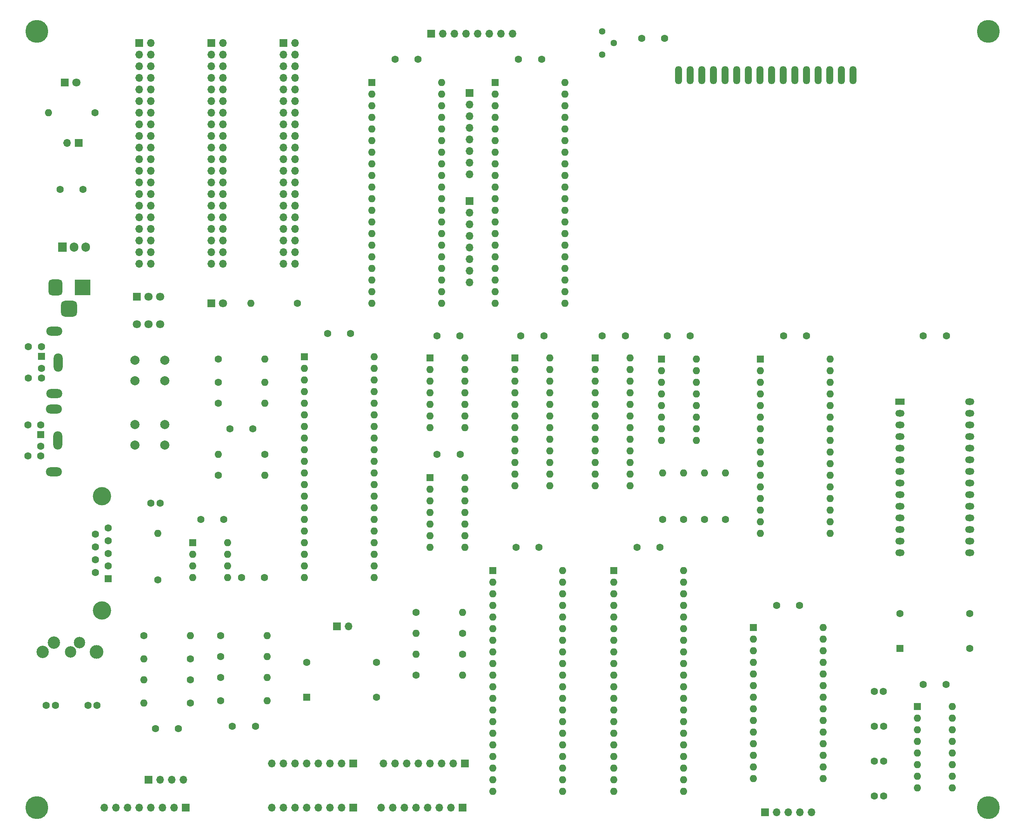
<source format=gbr>
%TF.GenerationSoftware,KiCad,Pcbnew,7.0.5*%
%TF.CreationDate,2023-07-25T18:53:58-05:00*%
%TF.ProjectId,6502v2.0,36353032-7632-42e3-902e-6b696361645f,rev?*%
%TF.SameCoordinates,Original*%
%TF.FileFunction,Soldermask,Bot*%
%TF.FilePolarity,Negative*%
%FSLAX46Y46*%
G04 Gerber Fmt 4.6, Leading zero omitted, Abs format (unit mm)*
G04 Created by KiCad (PCBNEW 7.0.5) date 2023-07-25 18:53:58*
%MOMM*%
%LPD*%
G01*
G04 APERTURE LIST*
G04 Aperture macros list*
%AMRoundRect*
0 Rectangle with rounded corners*
0 $1 Rounding radius*
0 $2 $3 $4 $5 $6 $7 $8 $9 X,Y pos of 4 corners*
0 Add a 4 corners polygon primitive as box body*
4,1,4,$2,$3,$4,$5,$6,$7,$8,$9,$2,$3,0*
0 Add four circle primitives for the rounded corners*
1,1,$1+$1,$2,$3*
1,1,$1+$1,$4,$5*
1,1,$1+$1,$6,$7*
1,1,$1+$1,$8,$9*
0 Add four rect primitives between the rounded corners*
20,1,$1+$1,$2,$3,$4,$5,0*
20,1,$1+$1,$4,$5,$6,$7,0*
20,1,$1+$1,$6,$7,$8,$9,0*
20,1,$1+$1,$8,$9,$2,$3,0*%
G04 Aperture macros list end*
%ADD10C,5.000000*%
%ADD11C,1.600000*%
%ADD12R,1.600000X1.600000*%
%ADD13O,1.600000X1.600000*%
%ADD14O,1.501140X4.000500*%
%ADD15R,2.000000X1.440000*%
%ADD16O,2.000000X1.440000*%
%ADD17C,1.800000*%
%ADD18R,1.800000X1.800000*%
%ADD19C,2.000000*%
%ADD20C,1.440000*%
%ADD21R,1.905000X2.000000*%
%ADD22O,1.905000X2.000000*%
%ADD23O,1.700000X1.700000*%
%ADD24R,1.700000X1.700000*%
%ADD25C,3.000000*%
%ADD26C,2.500000*%
%ADD27C,2.700000*%
%ADD28C,4.000000*%
%ADD29O,3.500000X2.000000*%
%ADD30O,2.000000X4.000000*%
%ADD31RoundRect,0.875000X-0.875000X-0.875000X0.875000X-0.875000X0.875000X0.875000X-0.875000X0.875000X0*%
%ADD32RoundRect,0.750000X-0.750000X-1.000000X0.750000X-1.000000X0.750000X1.000000X-0.750000X1.000000X0*%
%ADD33R,3.500000X3.500000*%
G04 APERTURE END LIST*
D10*
%TO.C,REF4*%
X238760000Y-209296000D03*
%TD*%
%TO.C,REF3*%
X30988000Y-209296000D03*
%TD*%
%TO.C,REF2*%
X238760000Y-39624000D03*
%TD*%
%TO.C,REF1*%
X30988000Y-39624000D03*
%TD*%
D11*
%TO.C,X2*%
X219456000Y-166878000D03*
X234696000Y-166878000D03*
X234696000Y-174498000D03*
D12*
X219456000Y-174498000D03*
%TD*%
%TO.C,X1*%
X89916000Y-185166000D03*
D11*
X105156000Y-185166000D03*
X105156000Y-177546000D03*
X89916000Y-177546000D03*
%TD*%
D12*
%TO.C,U16*%
X156972000Y-157480000D03*
D13*
X156972000Y-160020000D03*
X156972000Y-162560000D03*
X156972000Y-165100000D03*
X156972000Y-167640000D03*
X156972000Y-170180000D03*
X156972000Y-172720000D03*
X156972000Y-175260000D03*
X156972000Y-177800000D03*
X156972000Y-180340000D03*
X156972000Y-182880000D03*
X156972000Y-185420000D03*
X156972000Y-187960000D03*
X156972000Y-190500000D03*
X156972000Y-193040000D03*
X156972000Y-195580000D03*
X156972000Y-198120000D03*
X156972000Y-200660000D03*
X156972000Y-203200000D03*
X156972000Y-205740000D03*
X172212000Y-205740000D03*
X172212000Y-203200000D03*
X172212000Y-200660000D03*
X172212000Y-198120000D03*
X172212000Y-195580000D03*
X172212000Y-193040000D03*
X172212000Y-190500000D03*
X172212000Y-187960000D03*
X172212000Y-185420000D03*
X172212000Y-182880000D03*
X172212000Y-180340000D03*
X172212000Y-177800000D03*
X172212000Y-175260000D03*
X172212000Y-172720000D03*
X172212000Y-170180000D03*
X172212000Y-167640000D03*
X172212000Y-165100000D03*
X172212000Y-162560000D03*
X172212000Y-160020000D03*
X172212000Y-157480000D03*
%TD*%
D12*
%TO.C,U15*%
X130556000Y-157480000D03*
D13*
X130556000Y-160020000D03*
X130556000Y-162560000D03*
X130556000Y-165100000D03*
X130556000Y-167640000D03*
X130556000Y-170180000D03*
X130556000Y-172720000D03*
X130556000Y-175260000D03*
X130556000Y-177800000D03*
X130556000Y-180340000D03*
X130556000Y-182880000D03*
X130556000Y-185420000D03*
X130556000Y-187960000D03*
X130556000Y-190500000D03*
X130556000Y-193040000D03*
X130556000Y-195580000D03*
X130556000Y-198120000D03*
X130556000Y-200660000D03*
X130556000Y-203200000D03*
X130556000Y-205740000D03*
X145796000Y-205740000D03*
X145796000Y-203200000D03*
X145796000Y-200660000D03*
X145796000Y-198120000D03*
X145796000Y-195580000D03*
X145796000Y-193040000D03*
X145796000Y-190500000D03*
X145796000Y-187960000D03*
X145796000Y-185420000D03*
X145796000Y-182880000D03*
X145796000Y-180340000D03*
X145796000Y-177800000D03*
X145796000Y-175260000D03*
X145796000Y-172720000D03*
X145796000Y-170180000D03*
X145796000Y-167640000D03*
X145796000Y-165100000D03*
X145796000Y-162560000D03*
X145796000Y-160020000D03*
X145796000Y-157480000D03*
%TD*%
%TO.C,U14*%
X124460000Y-110993000D03*
X124460000Y-113533000D03*
X124460000Y-116073000D03*
X124460000Y-118613000D03*
X124460000Y-121153000D03*
X124460000Y-123693000D03*
X124460000Y-126233000D03*
X116840000Y-126233000D03*
X116840000Y-123693000D03*
X116840000Y-121153000D03*
X116840000Y-118613000D03*
X116840000Y-116073000D03*
X116840000Y-113533000D03*
D12*
X116840000Y-110993000D03*
%TD*%
%TO.C,U13*%
X223276000Y-187188000D03*
D13*
X223276000Y-189728000D03*
X223276000Y-192268000D03*
X223276000Y-194808000D03*
X223276000Y-197348000D03*
X223276000Y-199888000D03*
X223276000Y-202428000D03*
X223276000Y-204968000D03*
X230896000Y-204968000D03*
X230896000Y-202428000D03*
X230896000Y-199888000D03*
X230896000Y-197348000D03*
X230896000Y-194808000D03*
X230896000Y-192268000D03*
X230896000Y-189728000D03*
X230896000Y-187188000D03*
%TD*%
D12*
%TO.C,U12*%
X187452000Y-169911000D03*
D13*
X187452000Y-172451000D03*
X187452000Y-174991000D03*
X187452000Y-177531000D03*
X187452000Y-180071000D03*
X187452000Y-182611000D03*
X187452000Y-185151000D03*
X187452000Y-187691000D03*
X187452000Y-190231000D03*
X187452000Y-192771000D03*
X187452000Y-195311000D03*
X187452000Y-197851000D03*
X187452000Y-200391000D03*
X187452000Y-202931000D03*
X202692000Y-202931000D03*
X202692000Y-200391000D03*
X202692000Y-197851000D03*
X202692000Y-195311000D03*
X202692000Y-192771000D03*
X202692000Y-190231000D03*
X202692000Y-187691000D03*
X202692000Y-185151000D03*
X202692000Y-182611000D03*
X202692000Y-180071000D03*
X202692000Y-177531000D03*
X202692000Y-174991000D03*
X202692000Y-172451000D03*
X202692000Y-169911000D03*
%TD*%
%TO.C,U11*%
X72644000Y-151384000D03*
X72644000Y-153924000D03*
X72644000Y-156464000D03*
X72644000Y-159004000D03*
X65024000Y-159004000D03*
X65024000Y-156464000D03*
X65024000Y-153924000D03*
D12*
X65024000Y-151384000D03*
%TD*%
D14*
%TO.C,U10*%
X171174440Y-49207420D03*
X173714440Y-49207420D03*
X176254440Y-49207420D03*
X178794440Y-49207420D03*
X181334440Y-49207420D03*
X183874440Y-49207420D03*
X186414440Y-49207420D03*
X188954440Y-49207420D03*
X191494440Y-49207420D03*
X194034440Y-49207420D03*
X196574440Y-49207420D03*
X199114440Y-49207420D03*
X201654440Y-49207420D03*
X204194440Y-49207420D03*
X206734440Y-49207420D03*
X209274440Y-49207420D03*
%TD*%
D12*
%TO.C,U9*%
X131064000Y-50800000D03*
D13*
X131064000Y-53340000D03*
X131064000Y-55880000D03*
X131064000Y-58420000D03*
X131064000Y-60960000D03*
X131064000Y-63500000D03*
X131064000Y-66040000D03*
X131064000Y-68580000D03*
X131064000Y-71120000D03*
X131064000Y-73660000D03*
X131064000Y-76200000D03*
X131064000Y-78740000D03*
X131064000Y-81280000D03*
X131064000Y-83820000D03*
X131064000Y-86360000D03*
X131064000Y-88900000D03*
X131064000Y-91440000D03*
X131064000Y-93980000D03*
X131064000Y-96520000D03*
X131064000Y-99060000D03*
X146304000Y-99060000D03*
X146304000Y-96520000D03*
X146304000Y-93980000D03*
X146304000Y-91440000D03*
X146304000Y-88900000D03*
X146304000Y-86360000D03*
X146304000Y-83820000D03*
X146304000Y-81280000D03*
X146304000Y-78740000D03*
X146304000Y-76200000D03*
X146304000Y-73660000D03*
X146304000Y-71120000D03*
X146304000Y-68580000D03*
X146304000Y-66040000D03*
X146304000Y-63500000D03*
X146304000Y-60960000D03*
X146304000Y-58420000D03*
X146304000Y-55880000D03*
X146304000Y-53340000D03*
X146304000Y-50800000D03*
%TD*%
D12*
%TO.C,U8*%
X188976000Y-111252000D03*
D13*
X188976000Y-113792000D03*
X188976000Y-116332000D03*
X188976000Y-118872000D03*
X188976000Y-121412000D03*
X188976000Y-123952000D03*
X188976000Y-126492000D03*
X188976000Y-129032000D03*
X188976000Y-131572000D03*
X188976000Y-134112000D03*
X188976000Y-136652000D03*
X188976000Y-139192000D03*
X188976000Y-141732000D03*
X188976000Y-144272000D03*
X188976000Y-146812000D03*
X188976000Y-149352000D03*
X204216000Y-149352000D03*
X204216000Y-146812000D03*
X204216000Y-144272000D03*
X204216000Y-141732000D03*
X204216000Y-139192000D03*
X204216000Y-136652000D03*
X204216000Y-134112000D03*
X204216000Y-131572000D03*
X204216000Y-129032000D03*
X204216000Y-126492000D03*
X204216000Y-123952000D03*
X204216000Y-121412000D03*
X204216000Y-118872000D03*
X204216000Y-116332000D03*
X204216000Y-113792000D03*
X204216000Y-111252000D03*
%TD*%
D12*
%TO.C,U7*%
X104140000Y-50800000D03*
D13*
X104140000Y-53340000D03*
X104140000Y-55880000D03*
X104140000Y-58420000D03*
X104140000Y-60960000D03*
X104140000Y-63500000D03*
X104140000Y-66040000D03*
X104140000Y-68580000D03*
X104140000Y-71120000D03*
X104140000Y-73660000D03*
X104140000Y-76200000D03*
X104140000Y-78740000D03*
X104140000Y-81280000D03*
X104140000Y-83820000D03*
X104140000Y-86360000D03*
X104140000Y-88900000D03*
X104140000Y-91440000D03*
X104140000Y-93980000D03*
X104140000Y-96520000D03*
X104140000Y-99060000D03*
X119380000Y-99060000D03*
X119380000Y-96520000D03*
X119380000Y-93980000D03*
X119380000Y-91440000D03*
X119380000Y-88900000D03*
X119380000Y-86360000D03*
X119380000Y-83820000D03*
X119380000Y-81280000D03*
X119380000Y-78740000D03*
X119380000Y-76200000D03*
X119380000Y-73660000D03*
X119380000Y-71120000D03*
X119380000Y-68580000D03*
X119380000Y-66040000D03*
X119380000Y-63500000D03*
X119380000Y-60960000D03*
X119380000Y-58420000D03*
X119380000Y-55880000D03*
X119380000Y-53340000D03*
X119380000Y-50800000D03*
%TD*%
D12*
%TO.C,U6*%
X167396000Y-111252000D03*
D13*
X167396000Y-113792000D03*
X167396000Y-116332000D03*
X167396000Y-118872000D03*
X167396000Y-121412000D03*
X167396000Y-123952000D03*
X167396000Y-126492000D03*
X167396000Y-129032000D03*
X175016000Y-129032000D03*
X175016000Y-126492000D03*
X175016000Y-123952000D03*
X175016000Y-121412000D03*
X175016000Y-118872000D03*
X175016000Y-116332000D03*
X175016000Y-113792000D03*
X175016000Y-111252000D03*
%TD*%
D12*
%TO.C,U5*%
X89408000Y-110744000D03*
D13*
X89408000Y-113284000D03*
X89408000Y-115824000D03*
X89408000Y-118364000D03*
X89408000Y-120904000D03*
X89408000Y-123444000D03*
X89408000Y-125984000D03*
X89408000Y-128524000D03*
X89408000Y-131064000D03*
X89408000Y-133604000D03*
X89408000Y-136144000D03*
X89408000Y-138684000D03*
X89408000Y-141224000D03*
X89408000Y-143764000D03*
X89408000Y-146304000D03*
X89408000Y-148844000D03*
X89408000Y-151384000D03*
X89408000Y-153924000D03*
X89408000Y-156464000D03*
X89408000Y-159004000D03*
X104648000Y-159004000D03*
X104648000Y-156464000D03*
X104648000Y-153924000D03*
X104648000Y-151384000D03*
X104648000Y-148844000D03*
X104648000Y-146304000D03*
X104648000Y-143764000D03*
X104648000Y-141224000D03*
X104648000Y-138684000D03*
X104648000Y-136144000D03*
X104648000Y-133604000D03*
X104648000Y-131064000D03*
X104648000Y-128524000D03*
X104648000Y-125984000D03*
X104648000Y-123444000D03*
X104648000Y-120904000D03*
X104648000Y-118364000D03*
X104648000Y-115824000D03*
X104648000Y-113284000D03*
X104648000Y-110744000D03*
%TD*%
D12*
%TO.C,U4*%
X135392000Y-110993000D03*
D13*
X135392000Y-113533000D03*
X135392000Y-116073000D03*
X135392000Y-118613000D03*
X135392000Y-121153000D03*
X135392000Y-123693000D03*
X135392000Y-126233000D03*
X135392000Y-128773000D03*
X135392000Y-131313000D03*
X135392000Y-133853000D03*
X135392000Y-136393000D03*
X135392000Y-138933000D03*
X143012000Y-138933000D03*
X143012000Y-136393000D03*
X143012000Y-133853000D03*
X143012000Y-131313000D03*
X143012000Y-128773000D03*
X143012000Y-126233000D03*
X143012000Y-123693000D03*
X143012000Y-121153000D03*
X143012000Y-118613000D03*
X143012000Y-116073000D03*
X143012000Y-113533000D03*
X143012000Y-110993000D03*
%TD*%
D15*
%TO.C,U3*%
X219456000Y-120542000D03*
D16*
X219456000Y-123082000D03*
X219456000Y-125622000D03*
X219456000Y-128162000D03*
X219456000Y-130702000D03*
X219456000Y-133242000D03*
X219456000Y-135782000D03*
X219456000Y-138322000D03*
X219456000Y-140862000D03*
X219456000Y-143402000D03*
X219456000Y-145942000D03*
X219456000Y-148482000D03*
X219456000Y-151022000D03*
X219456000Y-153562000D03*
X234696000Y-153562000D03*
X234696000Y-151022000D03*
X234696000Y-148482000D03*
X234696000Y-145942000D03*
X234696000Y-143402000D03*
X234696000Y-140862000D03*
X234696000Y-138322000D03*
X234696000Y-135782000D03*
X234696000Y-133242000D03*
X234696000Y-130702000D03*
X234696000Y-128162000D03*
X234696000Y-125622000D03*
X234696000Y-123082000D03*
X234696000Y-120542000D03*
%TD*%
D12*
%TO.C,U2*%
X152908000Y-110993000D03*
D13*
X152908000Y-113533000D03*
X152908000Y-116073000D03*
X152908000Y-118613000D03*
X152908000Y-121153000D03*
X152908000Y-123693000D03*
X152908000Y-126233000D03*
X152908000Y-128773000D03*
X152908000Y-131313000D03*
X152908000Y-133853000D03*
X152908000Y-136393000D03*
X152908000Y-138933000D03*
X160528000Y-138933000D03*
X160528000Y-136393000D03*
X160528000Y-133853000D03*
X160528000Y-131313000D03*
X160528000Y-128773000D03*
X160528000Y-126233000D03*
X160528000Y-123693000D03*
X160528000Y-121153000D03*
X160528000Y-118613000D03*
X160528000Y-116073000D03*
X160528000Y-113533000D03*
X160528000Y-110993000D03*
%TD*%
%TO.C,U1*%
X124460000Y-137160000D03*
X124460000Y-139700000D03*
X124460000Y-142240000D03*
X124460000Y-144780000D03*
X124460000Y-147320000D03*
X124460000Y-149860000D03*
X124460000Y-152400000D03*
X116840000Y-152400000D03*
X116840000Y-149860000D03*
X116840000Y-147320000D03*
X116840000Y-144780000D03*
X116840000Y-142240000D03*
X116840000Y-139700000D03*
D12*
X116840000Y-137160000D03*
%TD*%
D17*
%TO.C,SW3*%
X57912000Y-103632000D03*
X55412000Y-103632000D03*
X52912000Y-103632000D03*
X57912000Y-97632000D03*
X55412000Y-97632000D03*
D18*
X52912000Y-97632000D03*
%TD*%
D19*
%TO.C,SW2*%
X58928000Y-111542000D03*
X52428000Y-111542000D03*
X52428000Y-116042000D03*
X58928000Y-116042000D03*
%TD*%
%TO.C,SW1*%
X58928000Y-125548000D03*
X52428000Y-125548000D03*
X52428000Y-130048000D03*
X58928000Y-130048000D03*
%TD*%
D20*
%TO.C,RV1*%
X154432000Y-44704000D03*
X156972000Y-42164000D03*
X154432000Y-39624000D03*
%TD*%
D13*
%TO.C,R24*%
X81280000Y-171704000D03*
D11*
X71120000Y-171704000D03*
%TD*%
D13*
%TO.C,R23*%
X81280000Y-185928000D03*
D11*
X71120000Y-185928000D03*
%TD*%
%TO.C,R22*%
X71120000Y-176276000D03*
D13*
X81280000Y-176276000D03*
%TD*%
%TO.C,R21*%
X81280000Y-180848000D03*
D11*
X71120000Y-180848000D03*
%TD*%
D13*
%TO.C,R20*%
X113792000Y-171196000D03*
D11*
X123952000Y-171196000D03*
%TD*%
%TO.C,R19*%
X113792000Y-180340000D03*
D13*
X123952000Y-180340000D03*
%TD*%
D11*
%TO.C,R18*%
X64516000Y-176784000D03*
D13*
X54356000Y-176784000D03*
%TD*%
%TO.C,R17*%
X54356000Y-186436000D03*
D11*
X64516000Y-186436000D03*
%TD*%
%TO.C,R16*%
X64516000Y-181356000D03*
D13*
X54356000Y-181356000D03*
%TD*%
D11*
%TO.C,R15*%
X54356000Y-171704000D03*
D13*
X64516000Y-171704000D03*
%TD*%
D11*
%TO.C,R14*%
X123952000Y-175768000D03*
D13*
X113792000Y-175768000D03*
%TD*%
D11*
%TO.C,R13*%
X113792000Y-166624000D03*
D13*
X123952000Y-166624000D03*
%TD*%
D11*
%TO.C,R12*%
X57404000Y-159512000D03*
D13*
X57404000Y-149352000D03*
%TD*%
D11*
%TO.C,R11*%
X87884000Y-99060000D03*
D13*
X77724000Y-99060000D03*
%TD*%
D11*
%TO.C,R10*%
X43688000Y-57404000D03*
D13*
X33528000Y-57404000D03*
%TD*%
D11*
%TO.C,R9*%
X80772000Y-132080000D03*
D13*
X70612000Y-132080000D03*
%TD*%
D11*
%TO.C,R8*%
X70612000Y-136652000D03*
D13*
X80772000Y-136652000D03*
%TD*%
D11*
%TO.C,R7*%
X181356000Y-146304000D03*
D13*
X181356000Y-136144000D03*
%TD*%
D11*
%TO.C,R6*%
X176784000Y-146304000D03*
D13*
X176784000Y-136144000D03*
%TD*%
%TO.C,R5*%
X172212000Y-136144000D03*
D11*
X172212000Y-146304000D03*
%TD*%
%TO.C,R4*%
X167640000Y-146304000D03*
D13*
X167640000Y-136144000D03*
%TD*%
D11*
%TO.C,R3*%
X70612000Y-111252000D03*
D13*
X80772000Y-111252000D03*
%TD*%
%TO.C,R2*%
X80772000Y-116332000D03*
D11*
X70612000Y-116332000D03*
%TD*%
%TO.C,R1*%
X70612000Y-120904000D03*
D13*
X80772000Y-120904000D03*
%TD*%
D21*
%TO.C,Q1*%
X36576000Y-86797000D03*
D22*
X39116000Y-86797000D03*
X41656000Y-86797000D03*
%TD*%
D23*
%TO.C,JP1*%
X99060000Y-169672000D03*
D24*
X96520000Y-169672000D03*
%TD*%
D25*
%TO.C,J19*%
X44068000Y-175260000D03*
D26*
X40318000Y-173260000D03*
X38418000Y-175260000D03*
D27*
X34718000Y-173260000D03*
X32268000Y-175260000D03*
%TD*%
D24*
%TO.C,J18*%
X100076000Y-209296000D03*
D23*
X97536000Y-209296000D03*
X94996000Y-209296000D03*
X92456000Y-209296000D03*
X89916000Y-209296000D03*
X87376000Y-209296000D03*
X84836000Y-209296000D03*
X82296000Y-209296000D03*
%TD*%
D24*
%TO.C,J17*%
X123952000Y-209296000D03*
D23*
X121412000Y-209296000D03*
X118872000Y-209296000D03*
X116332000Y-209296000D03*
X113792000Y-209296000D03*
X111252000Y-209296000D03*
X108712000Y-209296000D03*
X106172000Y-209296000D03*
%TD*%
D24*
%TO.C,J16*%
X124460000Y-199644000D03*
D23*
X121920000Y-199644000D03*
X119380000Y-199644000D03*
X116840000Y-199644000D03*
X114300000Y-199644000D03*
X111760000Y-199644000D03*
X109220000Y-199644000D03*
X106680000Y-199644000D03*
%TD*%
%TO.C,J15*%
X82296000Y-199644000D03*
X84836000Y-199644000D03*
X87376000Y-199644000D03*
X89916000Y-199644000D03*
X92456000Y-199644000D03*
X94996000Y-199644000D03*
X97536000Y-199644000D03*
D24*
X100076000Y-199644000D03*
%TD*%
%TO.C,J14*%
X189992000Y-210312000D03*
D23*
X192532000Y-210312000D03*
X195072000Y-210312000D03*
X197612000Y-210312000D03*
X200152000Y-210312000D03*
%TD*%
D11*
%TO.C,J13*%
X43792000Y-149569000D03*
X43792000Y-152339000D03*
X43792000Y-155109000D03*
X43792000Y-157879000D03*
X46632000Y-148184000D03*
X46632000Y-150954000D03*
X46632000Y-153724000D03*
X46632000Y-156494000D03*
D12*
X46632000Y-159264000D03*
D28*
X45212000Y-141224000D03*
X45212000Y-166224000D03*
%TD*%
D24*
%TO.C,J12*%
X63500000Y-209296000D03*
D23*
X60960000Y-209296000D03*
X58420000Y-209296000D03*
X55880000Y-209296000D03*
X53340000Y-209296000D03*
X50800000Y-209296000D03*
X48260000Y-209296000D03*
X45720000Y-209296000D03*
%TD*%
D29*
%TO.C,J11*%
X34760000Y-135882000D03*
X34760000Y-122182000D03*
D12*
X31910000Y-127732000D03*
D11*
X31910000Y-130332000D03*
X31910000Y-125632000D03*
X31910000Y-132432000D03*
X29110000Y-125632000D03*
X29110000Y-132432000D03*
D30*
X35560000Y-129032000D03*
%TD*%
D24*
%TO.C,J10*%
X84836000Y-42164000D03*
D23*
X87376000Y-42164000D03*
X84836000Y-44704000D03*
X87376000Y-44704000D03*
X84836000Y-47244000D03*
X87376000Y-47244000D03*
X84836000Y-49784000D03*
X87376000Y-49784000D03*
X84836000Y-52324000D03*
X87376000Y-52324000D03*
X84836000Y-54864000D03*
X87376000Y-54864000D03*
X84836000Y-57404000D03*
X87376000Y-57404000D03*
X84836000Y-59944000D03*
X87376000Y-59944000D03*
X84836000Y-62484000D03*
X87376000Y-62484000D03*
X84836000Y-65024000D03*
X87376000Y-65024000D03*
X84836000Y-67564000D03*
X87376000Y-67564000D03*
X84836000Y-70104000D03*
X87376000Y-70104000D03*
X84836000Y-72644000D03*
X87376000Y-72644000D03*
X84836000Y-75184000D03*
X87376000Y-75184000D03*
X84836000Y-77724000D03*
X87376000Y-77724000D03*
X84836000Y-80264000D03*
X87376000Y-80264000D03*
X84836000Y-82804000D03*
X87376000Y-82804000D03*
X84836000Y-85344000D03*
X87376000Y-85344000D03*
X84836000Y-87884000D03*
X87376000Y-87884000D03*
X84836000Y-90424000D03*
X87376000Y-90424000D03*
%TD*%
D29*
%TO.C,J9*%
X34854000Y-118834000D03*
X34854000Y-105134000D03*
D12*
X32004000Y-110684000D03*
D11*
X32004000Y-113284000D03*
X32004000Y-108584000D03*
X32004000Y-115384000D03*
X29204000Y-108584000D03*
X29204000Y-115384000D03*
D30*
X35654000Y-111984000D03*
%TD*%
D24*
%TO.C,J8*%
X40132000Y-64008000D03*
D23*
X37592000Y-64008000D03*
%TD*%
D24*
%TO.C,J7*%
X69088000Y-42164000D03*
D23*
X71628000Y-42164000D03*
X69088000Y-44704000D03*
X71628000Y-44704000D03*
X69088000Y-47244000D03*
X71628000Y-47244000D03*
X69088000Y-49784000D03*
X71628000Y-49784000D03*
X69088000Y-52324000D03*
X71628000Y-52324000D03*
X69088000Y-54864000D03*
X71628000Y-54864000D03*
X69088000Y-57404000D03*
X71628000Y-57404000D03*
X69088000Y-59944000D03*
X71628000Y-59944000D03*
X69088000Y-62484000D03*
X71628000Y-62484000D03*
X69088000Y-65024000D03*
X71628000Y-65024000D03*
X69088000Y-67564000D03*
X71628000Y-67564000D03*
X69088000Y-70104000D03*
X71628000Y-70104000D03*
X69088000Y-72644000D03*
X71628000Y-72644000D03*
X69088000Y-75184000D03*
X71628000Y-75184000D03*
X69088000Y-77724000D03*
X71628000Y-77724000D03*
X69088000Y-80264000D03*
X71628000Y-80264000D03*
X69088000Y-82804000D03*
X71628000Y-82804000D03*
X69088000Y-85344000D03*
X71628000Y-85344000D03*
X69088000Y-87884000D03*
X71628000Y-87884000D03*
X69088000Y-90424000D03*
X71628000Y-90424000D03*
%TD*%
D31*
%TO.C,J6*%
X38052000Y-100262500D03*
D32*
X35052000Y-95562500D03*
D33*
X41052000Y-95562500D03*
%TD*%
D24*
%TO.C,J5*%
X55372000Y-203200000D03*
D23*
X57912000Y-203200000D03*
X60452000Y-203200000D03*
X62992000Y-203200000D03*
%TD*%
D24*
%TO.C,J4*%
X125476000Y-53101000D03*
D23*
X125476000Y-55641000D03*
X125476000Y-58181000D03*
X125476000Y-60721000D03*
X125476000Y-63261000D03*
X125476000Y-65801000D03*
X125476000Y-68341000D03*
X125476000Y-70881000D03*
%TD*%
D24*
%TO.C,J3*%
X117109000Y-40132000D03*
D23*
X119649000Y-40132000D03*
X122189000Y-40132000D03*
X124729000Y-40132000D03*
X127269000Y-40132000D03*
X129809000Y-40132000D03*
X132349000Y-40132000D03*
X134889000Y-40132000D03*
%TD*%
D24*
%TO.C,J2*%
X53340000Y-42164000D03*
D23*
X55880000Y-42164000D03*
X53340000Y-44704000D03*
X55880000Y-44704000D03*
X53340000Y-47244000D03*
X55880000Y-47244000D03*
X53340000Y-49784000D03*
X55880000Y-49784000D03*
X53340000Y-52324000D03*
X55880000Y-52324000D03*
X53340000Y-54864000D03*
X55880000Y-54864000D03*
X53340000Y-57404000D03*
X55880000Y-57404000D03*
X53340000Y-59944000D03*
X55880000Y-59944000D03*
X53340000Y-62484000D03*
X55880000Y-62484000D03*
X53340000Y-65024000D03*
X55880000Y-65024000D03*
X53340000Y-67564000D03*
X55880000Y-67564000D03*
X53340000Y-70104000D03*
X55880000Y-70104000D03*
X53340000Y-72644000D03*
X55880000Y-72644000D03*
X53340000Y-75184000D03*
X55880000Y-75184000D03*
X53340000Y-77724000D03*
X55880000Y-77724000D03*
X53340000Y-80264000D03*
X55880000Y-80264000D03*
X53340000Y-82804000D03*
X55880000Y-82804000D03*
X53340000Y-85344000D03*
X55880000Y-85344000D03*
X53340000Y-87884000D03*
X55880000Y-87884000D03*
X53340000Y-90424000D03*
X55880000Y-90424000D03*
%TD*%
D24*
%TO.C,J1*%
X125476000Y-76708000D03*
D23*
X125476000Y-79248000D03*
X125476000Y-81788000D03*
X125476000Y-84328000D03*
X125476000Y-86868000D03*
X125476000Y-89408000D03*
X125476000Y-91948000D03*
X125476000Y-94488000D03*
%TD*%
D18*
%TO.C,D2*%
X69088000Y-99060000D03*
D17*
X71628000Y-99060000D03*
%TD*%
D18*
%TO.C,D1*%
X37084000Y-50800000D03*
D17*
X39624000Y-50800000D03*
%TD*%
D11*
%TO.C,C28*%
X61936000Y-192024000D03*
X56936000Y-192024000D03*
%TD*%
%TO.C,C27*%
X33052000Y-186944000D03*
X35052000Y-186944000D03*
%TD*%
%TO.C,C26*%
X197572000Y-165100000D03*
X192572000Y-165100000D03*
%TD*%
%TO.C,C25*%
X162092000Y-152400000D03*
X167092000Y-152400000D03*
%TD*%
%TO.C,C24*%
X229576000Y-182372000D03*
X224576000Y-182372000D03*
%TD*%
%TO.C,C23*%
X73740000Y-191516000D03*
X78740000Y-191516000D03*
%TD*%
%TO.C,C22*%
X42164000Y-186944000D03*
X44164000Y-186944000D03*
%TD*%
%TO.C,C21*%
X215900000Y-206756000D03*
X213900000Y-206756000D03*
%TD*%
%TO.C,C20*%
X215884000Y-183896000D03*
X213884000Y-183896000D03*
%TD*%
%TO.C,C19*%
X215900000Y-199136000D03*
X213900000Y-199136000D03*
%TD*%
%TO.C,C18*%
X215900000Y-191516000D03*
X213900000Y-191516000D03*
%TD*%
%TO.C,C17*%
X140676000Y-152400000D03*
X135676000Y-152400000D03*
%TD*%
%TO.C,C16*%
X66832000Y-146304000D03*
X71832000Y-146304000D03*
%TD*%
%TO.C,C15*%
X55912000Y-142748000D03*
X57912000Y-142748000D03*
%TD*%
%TO.C,C14*%
X163108000Y-41148000D03*
X168108000Y-41148000D03*
%TD*%
%TO.C,C13*%
X75732000Y-159004000D03*
X80732000Y-159004000D03*
%TD*%
%TO.C,C12*%
X41108000Y-74168000D03*
X36108000Y-74168000D03*
%TD*%
%TO.C,C11*%
X168696000Y-106172000D03*
X173696000Y-106172000D03*
%TD*%
%TO.C,C10*%
X118364000Y-106172000D03*
X123364000Y-106172000D03*
%TD*%
%TO.C,C9*%
X99528000Y-105664000D03*
X94528000Y-105664000D03*
%TD*%
%TO.C,C8*%
X136224000Y-45720000D03*
X141224000Y-45720000D03*
%TD*%
%TO.C,C7*%
X78192000Y-126492000D03*
X73192000Y-126492000D03*
%TD*%
%TO.C,C6*%
X229616000Y-106172000D03*
X224616000Y-106172000D03*
%TD*%
%TO.C,C5*%
X194056000Y-106172000D03*
X199056000Y-106172000D03*
%TD*%
%TO.C,C4*%
X154512000Y-106172000D03*
X159512000Y-106172000D03*
%TD*%
%TO.C,C3*%
X136732000Y-106172000D03*
X141732000Y-106172000D03*
%TD*%
%TO.C,C2*%
X123444000Y-132080000D03*
X118444000Y-132080000D03*
%TD*%
%TO.C,C1*%
X109260000Y-45720000D03*
X114260000Y-45720000D03*
%TD*%
M02*

</source>
